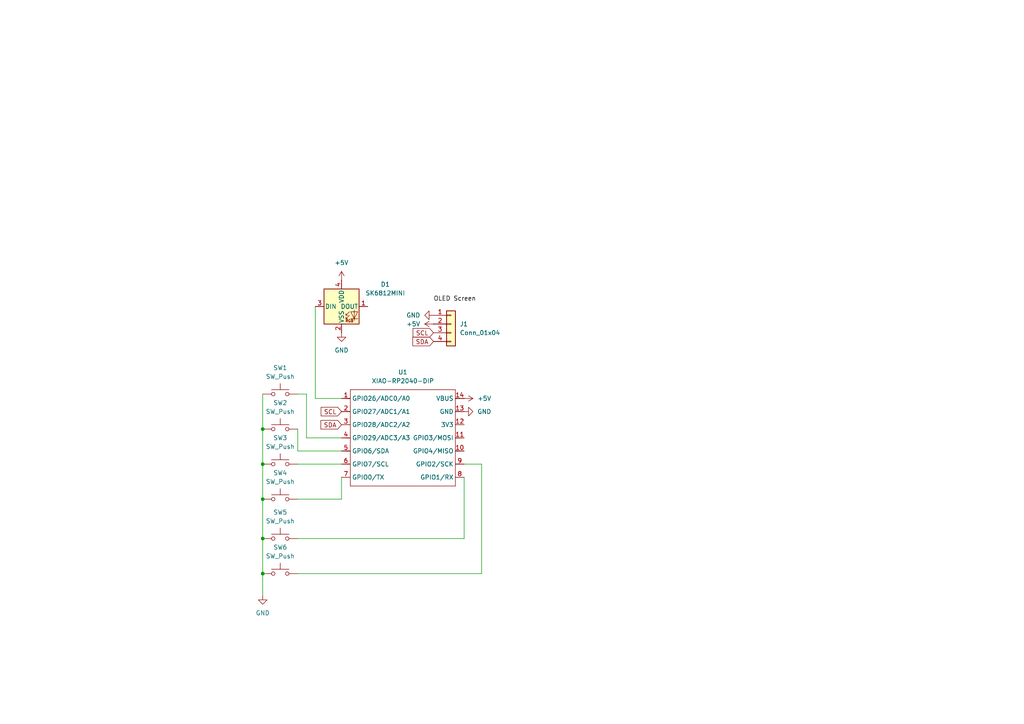
<source format=kicad_sch>
(kicad_sch (version 20250114) (generator "eeschema") (generator_version "9.0")
  (paper "A4")
  (lib_symbols
    (symbol "Connector_Generic:Conn_01x04" (pin_names (offset 1.016) (hide yes))
      (property "Reference" "J" (at 0 5.08 0))
      (property "Value" "Conn_01x04" (at 0 -7.62 0))
      (symbol "Conn_01x04_1_1"
        (rectangle (start -1.27 3.81) (end 1.27 -6.35) (stroke (width 0.254)) (fill (type background)))
        (rectangle (start -1.27 2.667) (end 0 2.413) (stroke (width 0.1524)))
        (rectangle (start -1.27 0.127) (end 0 -0.127) (stroke (width 0.1524)))
        (rectangle (start -1.27 -2.413) (end 0 -2.667) (stroke (width 0.1524)))
        (rectangle (start -1.27 -4.953) (end 0 -5.207) (stroke (width 0.1524)))
        (pin passive line (at -5.08 2.54 0) (length 3.81) (name "Pin_1") (number "1"))
        (pin passive line (at -5.08 0 0) (length 3.81) (name "Pin_2") (number "2"))
        (pin passive line (at -5.08 -2.54 0) (length 3.81) (name "Pin_3") (number "3"))
        (pin passive line (at -5.08 -5.08 0) (length 3.81) (name "Pin_4") (number "4"))
      )
    )
    (symbol "LED:SK6812MINI" (pin_names (offset 0.254))
      (property "Reference" "D" (at 5.08 5.715 0))
      (property "Value" "SK6812MINI" (at 1.27 -5.715 0))
      (symbol "SK6812MINI_0_0"
        (text "RGB" (at 2.286 -4.191 0) (effects (font (size 0.762 0.762))))
      )
      (symbol "SK6812MINI_0_1"
        (polyline (pts (xy 1.27 -2.54) (xy 1.778 -2.54)))
        (polyline (pts (xy 1.27 -3.556) (xy 1.778 -3.556)))
        (polyline (pts (xy 2.286 -1.524) (xy 1.27 -2.54) (xy 1.27 -2.032)))
        (polyline (pts (xy 2.286 -2.54) (xy 1.27 -3.556) (xy 1.27 -3.048)))
        (polyline (pts (xy 3.683 -1.016) (xy 3.683 -3.556) (xy 3.683 -4.064)))
        (polyline (pts (xy 4.699 -1.524) (xy 2.667 -1.524) (xy 3.683 -3.556) (xy 4.699 -1.524)))
        (polyline (pts (xy 4.699 -3.556) (xy 2.667 -3.556)))
        (rectangle (start 5.08 5.08) (end -5.08 -5.08) (stroke (width 0.254)) (fill (type background)))
      )
      (symbol "SK6812MINI_1_1"
        (pin input line (at -7.62 0 0) (length 2.54) (name "DIN") (number "3"))
        (pin power_in line (at 0 7.62 270) (length 2.54) (name "VDD") (number "4"))
        (pin power_in line (at 0 -7.62 90) (length 2.54) (name "VSS") (number "2"))
        (pin output line (at 7.62 0 180) (length 2.54) (name "DOUT") (number "1"))
      )
    )
    (symbol "Seeed_Studio_XIAO_Series:XIAO-RP2040-DIP"
      (property "Reference" "U" (at 0 0 0))
      (property "Value" "XIAO-RP2040-DIP" (at 5.334 -1.778 0))
      (symbol "XIAO-RP2040-DIP_1_0"
        (polyline (pts (xy -1.27 -2.54) (xy 29.21 -2.54)) (stroke (width 0.1524)))
        (polyline (pts (xy -1.27 -5.08) (xy -2.54 -5.08)) (stroke (width 0.1524)))
        (polyline (pts (xy -1.27 -5.08) (xy -1.27 -2.54)) (stroke (width 0.1524)))
        (polyline (pts (xy -1.27 -8.89) (xy -2.54 -8.89)) (stroke (width 0.1524)))
        (polyline (pts (xy -1.27 -8.89) (xy -1.27 -5.08)) (stroke (width 0.1524)))
        (polyline (pts (xy -1.27 -12.7) (xy -2.54 -12.7)) (stroke (width 0.1524)))
        (polyline (pts (xy -1.27 -12.7) (xy -1.27 -8.89)) (stroke (width 0.1524)))
        (polyline (pts (xy -1.27 -16.51) (xy -2.54 -16.51)) (stroke (width 0.1524)))
        (polyline (pts (xy -1.27 -16.51) (xy -1.27 -12.7)) (stroke (width 0.1524)))
        (polyline (pts (xy -1.27 -20.32) (xy -2.54 -20.32)) (stroke (width 0.1524)))
        (polyline (pts (xy -1.27 -24.13) (xy -2.54 -24.13)) (stroke (width 0.1524)))
        (polyline (pts (xy -1.27 -27.94) (xy -2.54 -27.94)) (stroke (width 0.1524)))
        (polyline (pts (xy -1.27 -30.48) (xy -1.27 -16.51)) (stroke (width 0.1524)))
        (polyline (pts (xy 29.21 -2.54) (xy 29.21 -5.08)) (stroke (width 0.1524)))
        (polyline (pts (xy 29.21 -5.08) (xy 29.21 -8.89)) (stroke (width 0.1524)))
        (polyline (pts (xy 29.21 -8.89) (xy 29.21 -12.7)) (stroke (width 0.1524)))
        (polyline (pts (xy 29.21 -12.7) (xy 29.21 -30.48)) (stroke (width 0.1524)))
        (polyline (pts (xy 29.21 -30.48) (xy -1.27 -30.48)) (stroke (width 0.1524)))
        (polyline (pts (xy 30.48 -5.08) (xy 29.21 -5.08)) (stroke (width 0.1524)))
        (polyline (pts (xy 30.48 -8.89) (xy 29.21 -8.89)) (stroke (width 0.1524)))
        (polyline (pts (xy 30.48 -12.7) (xy 29.21 -12.7)) (stroke (width 0.1524)))
        (polyline (pts (xy 30.48 -16.51) (xy 29.21 -16.51)) (stroke (width 0.1524)))
        (polyline (pts (xy 30.48 -20.32) (xy 29.21 -20.32)) (stroke (width 0.1524)))
        (polyline (pts (xy 30.48 -24.13) (xy 29.21 -24.13)) (stroke (width 0.1524)))
        (polyline (pts (xy 30.48 -27.94) (xy 29.21 -27.94)) (stroke (width 0.1524)))
        (pin passive line (at -3.81 -5.08 0) (length 2.54) (name "GPIO26/ADC0/A0") (number "1"))
        (pin passive line (at -3.81 -8.89 0) (length 2.54) (name "GPIO27/ADC1/A1") (number "2"))
        (pin passive line (at -3.81 -12.7 0) (length 2.54) (name "GPIO28/ADC2/A2") (number "3"))
        (pin passive line (at -3.81 -16.51 0) (length 2.54) (name "GPIO29/ADC3/A3") (number "4"))
        (pin passive line (at -3.81 -20.32 0) (length 2.54) (name "GPIO6/SDA") (number "5"))
        (pin passive line (at -3.81 -24.13 0) (length 2.54) (name "GPIO7/SCL") (number "6"))
        (pin passive line (at -3.81 -27.94 0) (length 2.54) (name "GPIO0/TX") (number "7"))
        (pin passive line (at 31.75 -5.08 180) (length 2.54) (name "VBUS") (number "14"))
        (pin passive line (at 31.75 -8.89 180) (length 2.54) (name "GND") (number "13"))
        (pin passive line (at 31.75 -12.7 180) (length 2.54) (name "3V3") (number "12"))
        (pin passive line (at 31.75 -16.51 180) (length 2.54) (name "GPIO3/MOSI") (number "11"))
        (pin passive line (at 31.75 -20.32 180) (length 2.54) (name "GPIO4/MISO") (number "10"))
        (pin passive line (at 31.75 -24.13 180) (length 2.54) (name "GPIO2/SCK") (number "9"))
        (pin passive line (at 31.75 -27.94 180) (length 2.54) (name "GPIO1/RX") (number "8"))
      )
    )
    (symbol "Switch:SW_Push" (pin_numbers (hide yes)) (pin_names (offset 1.016) (hide yes))
      (property "Reference" "SW" (at 1.27 2.54 0))
      (property "Value" "SW_Push" (at 0 -1.524 0))
      (symbol "SW_Push_0_1"
        (circle (center -2.032 0) (radius 0.508))
        (polyline (pts (xy 0 1.27) (xy 0 3.048)))
        (circle (center 2.032 0) (radius 0.508))
        (polyline (pts (xy 2.54 1.27) (xy -2.54 1.27)))
        (pin passive line (at -5.08 0 0) (length 2.54) (name "1") (number "1"))
        (pin passive line (at 5.08 0 180) (length 2.54) (name "2") (number "2"))
      )
    )
    (symbol "power:+5V" (power) (pin_numbers (hide yes)) (pin_names (offset 0) (hide yes))
      (property "Value" "+5V" (at 0 3.556 0))
      (symbol "+5V_0_1"
        (polyline (pts (xy -0.762 1.27) (xy 0 2.54)))
        (polyline (pts (xy 0 2.54) (xy 0.762 1.27)))
        (polyline (pts (xy 0 0) (xy 0 2.54)))
      )
      (symbol "+5V_1_1"
        (pin power_in line (at 0 0 90) (length 0) (name "~") (number "1"))
      )
    )
    (symbol "power:GND" (power) (pin_numbers (hide yes)) (pin_names (offset 0) (hide yes))
      (property "Value" "GND" (at 0 -3.81 0))
      (symbol "GND_0_1"
        (polyline (pts (xy 0 0) (xy 0 -1.27) (xy 1.27 -1.27) (xy 0 -2.54) (xy -1.27 -1.27) (xy 0 -1.27)))
      )
      (symbol "GND_1_1"
        (pin power_in line (at 0 0 270) (length 0) (name "~") (number "1"))
      )
    )
  )
  (junction (at 76.2 124.46))
  (junction (at 76.2 144.78))
  (junction (at 76.2 156.21))
  (junction (at 76.2 134.62))
  (junction (at 76.2 166.37))
  (wire (pts (xy 88.9 127) (xy 99.06 127)))
  (wire (pts (xy 86.36 130.81) (xy 99.06 130.81)))
  (wire (pts (xy 86.36 144.78) (xy 99.06 144.78)))
  (wire (pts (xy 139.7 166.37) (xy 139.7 134.62)))
  (wire (pts (xy 86.36 134.62) (xy 99.06 134.62)))
  (wire (pts (xy 76.2 156.21) (xy 76.2 166.37)))
  (wire (pts (xy 88.9 114.3) (xy 88.9 127)))
  (wire (pts (xy 76.2 144.78) (xy 76.2 156.21)))
  (wire (pts (xy 86.36 166.37) (xy 139.7 166.37)))
  (wire (pts (xy 139.7 134.62) (xy 134.62 134.62)))
  (wire (pts (xy 91.44 88.9) (xy 91.44 115.57)))
  (wire (pts (xy 76.2 114.3) (xy 76.2 124.46)))
  (wire (pts (xy 91.44 115.57) (xy 99.06 115.57)))
  (wire (pts (xy 99.06 144.78) (xy 99.06 138.43)))
  (wire (pts (xy 134.62 138.43) (xy 134.62 156.21)))
  (wire (pts (xy 76.2 134.62) (xy 76.2 144.78)))
  (wire (pts (xy 76.2 166.37) (xy 76.2 172.72)))
  (wire (pts (xy 86.36 114.3) (xy 88.9 114.3)))
  (wire (pts (xy 86.36 124.46) (xy 86.36 130.81)))
  (wire (pts (xy 76.2 124.46) (xy 76.2 134.62)))
  (wire (pts (xy 134.62 156.21) (xy 86.36 156.21)))
  (label "OLED Screen" (at 125.73 87.63 0))
  (global_label "SCL" (shape input) (at 99.06 119.38 180) (property "Intersheetrefs" "${INTERSHEET_REFS}" (effects (hide yes))))
  (global_label "SDA" (shape input) (at 99.06 123.19 180) (property "Intersheetrefs" "${INTERSHEET_REFS}" (effects (hide yes))))
  (global_label "SDA" (shape input) (at 125.73 99.06 180) (property "Intersheetrefs" "${INTERSHEET_REFS}" (effects (hide yes))))
  (global_label "SCL" (shape input) (at 125.73 96.52 180) (property "Intersheetrefs" "${INTERSHEET_REFS}" (effects (hide yes))))
  (symbol (lib_id "power:+5V") (at 125.73 93.98 90) (unit 1)
    (property "Reference" "#PWR05" (effects (hide yes)))
    (property "Value" "+5V" (at 121.92 93.9799 90) (effects (justify left)))
    (property "Description" "Power symbol creates a global label with name \"+5V\"" (effects (hide yes)))
  )
  (symbol (lib_id "Switch:SW_Push") (at 81.28 166.37 0) (unit 1)
    (property "Reference" "SW6" (at 81.28 158.75 0))
    (property "Value" "SW_Push" (at 81.28 161.29 0))
    (property "Footprint" "Button_Switch_Keyboard:SW_Cherry_MX_1.00u_PCB" (effects (hide yes)))
    (property "Description" "Push button switch, generic, two pins" (effects (hide yes)))
  )
  (symbol (lib_id "Connector_Generic:Conn_01x04") (at 130.81 93.98 0) (unit 1)
    (property "Reference" "J1" (at 133.35 93.9799 0) (effects (justify left)))
    (property "Value" "Conn_01x04" (at 133.35 96.5199 0) (effects (justify left)))
    (property "Footprint" "Connector_PinHeader_2.54mm:PinHeader_1x04_P2.54mm_Vertical" (effects (hide yes)))
    (property "Description" "Generic connector, single row, 01x04, script generated (kicad-library-utils/schlib/autogen/connector/)" (effects (hide yes)))
  )
  (symbol (lib_id "Switch:SW_Push") (at 81.28 134.62 0) (unit 1)
    (property "Reference" "SW3" (at 81.28 127 0))
    (property "Value" "SW_Push" (at 81.28 129.54 0))
    (property "Footprint" "Button_Switch_Keyboard:SW_Cherry_MX_1.00u_PCB" (effects (hide yes)))
    (property "Description" "Push button switch, generic, two pins" (effects (hide yes)))
  )
  (symbol (lib_id "power:+5V") (at 99.06 81.28 0) (unit 1)
    (property "Reference" "#PWR06" (effects (hide yes)))
    (property "Value" "+5V" (at 99.06 76.2 0))
    (property "Description" "Power symbol creates a global label with name \"+5V\"" (effects (hide yes)))
  )
  (symbol (lib_id "power:+5V") (at 134.62 115.57 270) (unit 1)
    (property "Reference" "#PWR01" (effects (hide yes)))
    (property "Value" "+5V" (at 138.43 115.5699 90) (effects (justify left)))
    (property "Description" "Power symbol creates a global label with name \"+5V\"" (effects (hide yes)))
  )
  (symbol (lib_id "Switch:SW_Push") (at 81.28 114.3 0) (unit 1)
    (property "Reference" "SW1" (at 81.28 106.68 0))
    (property "Value" "SW_Push" (at 81.28 109.22 0))
    (property "Footprint" "Button_Switch_Keyboard:SW_Cherry_MX_1.00u_PCB" (effects (hide yes)))
    (property "Description" "Push button switch, generic, two pins" (effects (hide yes)))
  )
  (symbol (lib_id "Switch:SW_Push") (at 81.28 124.46 0) (unit 1)
    (property "Reference" "SW2" (at 81.28 116.84 0))
    (property "Value" "SW_Push" (at 81.28 119.38 0))
    (property "Footprint" "Button_Switch_Keyboard:SW_Cherry_MX_1.00u_PCB" (effects (hide yes)))
    (property "Description" "Push button switch, generic, two pins" (effects (hide yes)))
  )
  (symbol (lib_id "power:GND") (at 99.06 96.52 0) (unit 1)
    (property "Reference" "#PWR04" (effects (hide yes)))
    (property "Value" "GND" (at 99.06 101.6 0))
    (property "Description" "Power symbol creates a global label with name \"GND\" , ground" (effects (hide yes)))
  )
  (symbol (lib_id "LED:SK6812MINI") (at 99.06 88.9 0) (unit 1)
    (property "Reference" "D1" (at 111.76 82.4798 0))
    (property "Value" "SK6812MINI" (at 111.76 85.0198 0))
    (property "Footprint" "LED_SMD:LED_SK6812MINI_PLCC4_3.5x3.5mm_P1.75mm" (effects (hide yes)))
    (property "Datasheet" "https://cdn-shop.adafruit.com/product-files/2686/SK6812MINI_REV.01-1-2.pdf" (effects (hide yes)))
    (property "Description" "RGB LED with integrated controller" (effects (hide yes)))
  )
  (symbol (lib_id "Switch:SW_Push") (at 81.28 156.21 0) (unit 1)
    (property "Reference" "SW5" (at 81.28 148.59 0))
    (property "Value" "SW_Push" (at 81.28 151.13 0))
    (property "Footprint" "Button_Switch_Keyboard:SW_Cherry_MX_1.00u_PCB" (effects (hide yes)))
    (property "Description" "Push button switch, generic, two pins" (effects (hide yes)))
  )
  (symbol (lib_id "power:GND") (at 125.73 91.44 270) (unit 1)
    (property "Reference" "#PWR07" (effects (hide yes)))
    (property "Value" "GND" (at 121.92 91.4399 90) (effects (justify right)))
    (property "Description" "Power symbol creates a global label with name \"GND\" , ground" (effects (hide yes)))
  )
  (symbol (lib_id "Switch:SW_Push") (at 81.28 144.78 0) (unit 1)
    (property "Reference" "SW4" (at 81.28 137.16 0))
    (property "Value" "SW_Push" (at 81.28 139.7 0))
    (property "Footprint" "Button_Switch_Keyboard:SW_Cherry_MX_1.00u_PCB" (effects (hide yes)))
    (property "Description" "Push button switch, generic, two pins" (effects (hide yes)))
  )
  (symbol (lib_id "power:GND") (at 76.2 172.72 0) (unit 1)
    (property "Reference" "#PWR03" (effects (hide yes)))
    (property "Value" "GND" (at 76.2 177.8 0))
    (property "Description" "Power symbol creates a global label with name \"GND\" , ground" (effects (hide yes)))
  )
  (symbol (lib_id "power:GND") (at 134.62 119.38 90) (unit 1)
    (property "Reference" "#PWR02" (effects (hide yes)))
    (property "Value" "GND" (at 138.43 119.3799 90) (effects (justify right)))
    (property "Description" "Power symbol creates a global label with name \"GND\" , ground" (effects (hide yes)))
  )
  (symbol (lib_id "Seeed_Studio_XIAO_Series:XIAO-RP2040-DIP") (at 102.87 110.49 0) (unit 1)
    (property "Reference" "U1" (at 116.84 107.95 0))
    (property "Value" "XIAO-RP2040-DIP" (at 116.84 110.49 0))
    (property "Footprint" "Seeed Studio XIAO Series Library:XIAO-RP2040-DIP" (effects (hide yes)))
  )
)
</source>
